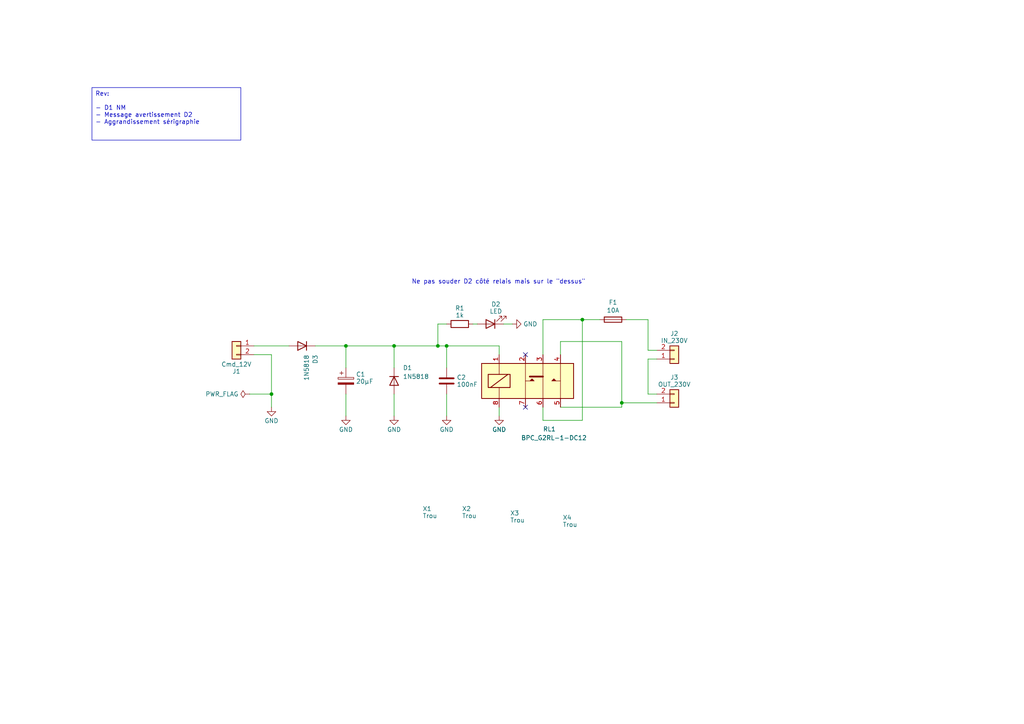
<source format=kicad_sch>
(kicad_sch (version 20230121) (generator eeschema)
  (paper "A4")
  (title_block (title "Commande tapis chauffant") (date "2026-01-19") (rev "Rev B") (company "BPC") (comment 1 "Commande 12V/50mA - Sortie 230V / 10A"))
  (lib_symbols
    (symbol "Connector_Generic:Conn_01x02" (pin_names (offset 1.016) hide)
      (property "Reference" "J" (at 0 2.54 0))
      (property "Value" "Conn_01x02" (at 0 -5.08 0))
      (symbol "Conn_01x02_1_1"
        (rectangle (start -1.27 -2.413) (end 0 -2.667) (stroke (width 0.1524)))
        (rectangle (start -1.27 0.127) (end 0 -0.127) (stroke (width 0.1524)))
        (rectangle (start -1.27 1.27) (end 1.27 -3.81) (stroke (width 0.254)) (fill (type background)))
        (pin passive line (at -5.08 0 0) (length 3.81) (name "Pin_1") (number "1"))
        (pin passive line (at -5.08 -2.54 0) (length 3.81) (name "Pin_2") (number "2"))
      )
    )
    (symbol "Device:C" (pin_numbers hide) (pin_names (offset 0.254))
      (property "Reference" "C" (at 0.635 2.54 0))
      (property "Value" "C" (at 0.635 -2.54 0))
      (symbol "C_0_1"
        (polyline (pts (xy -2.032 -0.762) (xy 2.032 -0.762)) (stroke (width 0.508)))
        (polyline (pts (xy -2.032 0.762) (xy 2.032 0.762)) (stroke (width 0.508)))
      )
      (symbol "C_1_1"
        (pin passive line (at 0 3.81 270) (length 2.794) (name "~") (number "1"))
        (pin passive line (at 0 -3.81 90) (length 2.794) (name "~") (number "2"))
      )
    )
    (symbol "Device:C_Polarized" (pin_numbers hide) (pin_names (offset 0.254))
      (property "Reference" "C" (at 0.635 2.54 0))
      (property "Value" "C_Polarized" (at 0.635 -2.54 0))
      (symbol "C_Polarized_0_1"
        (rectangle (start -2.286 0.508) (end 2.286 1.016))
        (polyline (pts (xy -1.778 2.286) (xy -0.762 2.286)))
        (polyline (pts (xy -1.27 2.794) (xy -1.27 1.778)))
        (rectangle (start 2.286 -0.508) (end -2.286 -1.016) (fill (type outline)))
      )
      (symbol "C_Polarized_1_1"
        (pin passive line (at 0 3.81 270) (length 2.794) (name "~") (number "1"))
        (pin passive line (at 0 -3.81 90) (length 2.794) (name "~") (number "2"))
      )
    )
    (symbol "Device:D" (pin_numbers hide) (pin_names (offset 1.016) hide)
      (property "Reference" "D" (at 0 2.54 0))
      (property "Value" "D" (at 0 -2.54 0))
      (symbol "D_0_1"
        (polyline (pts (xy -1.27 1.27) (xy -1.27 -1.27)) (stroke (width 0.254)))
        (polyline (pts (xy 1.27 0) (xy -1.27 0)))
        (polyline (pts (xy 1.27 1.27) (xy 1.27 -1.27) (xy -1.27 0) (xy 1.27 1.27)) (stroke (width 0.254)))
      )
      (symbol "D_1_1"
        (pin passive line (at -3.81 0 0) (length 2.54) (name "K") (number "1"))
        (pin passive line (at 3.81 0 180) (length 2.54) (name "A") (number "2"))
      )
    )
    (symbol "Device:Fuse" (pin_numbers hide) (pin_names (offset 0))
      (property "Reference" "F" (at 2.032 0 90))
      (property "Value" "Fuse" (at -1.905 0 90))
      (symbol "Fuse_0_1"
        (rectangle (start -0.762 -2.54) (end 0.762 2.54) (stroke (width 0.254)))
        (polyline (pts (xy 0 2.54) (xy 0 -2.54)))
      )
      (symbol "Fuse_1_1"
        (pin passive line (at 0 3.81 270) (length 1.27) (name "~") (number "1"))
        (pin passive line (at 0 -3.81 90) (length 1.27) (name "~") (number "2"))
      )
    )
    (symbol "Device:LED" (pin_numbers hide) (pin_names (offset 1.016) hide)
      (property "Reference" "D" (at 0 2.54 0))
      (property "Value" "LED" (at 0 -2.54 0))
      (symbol "LED_0_1"
        (polyline (pts (xy -1.27 -1.27) (xy -1.27 1.27)) (stroke (width 0.254)))
        (polyline (pts (xy -1.27 0) (xy 1.27 0)))
        (polyline (pts (xy 1.27 -1.27) (xy 1.27 1.27) (xy -1.27 0) (xy 1.27 -1.27)) (stroke (width 0.254)))
        (polyline (pts (xy -3.048 -0.762) (xy -4.572 -2.286) (xy -3.81 -2.286) (xy -4.572 -2.286) (xy -4.572 -1.524)))
        (polyline (pts (xy -1.778 -0.762) (xy -3.302 -2.286) (xy -2.54 -2.286) (xy -3.302 -2.286) (xy -3.302 -1.524)))
      )
      (symbol "LED_1_1"
        (pin passive line (at -3.81 0 0) (length 2.54) (name "K") (number "1"))
        (pin passive line (at 3.81 0 180) (length 2.54) (name "A") (number "2"))
      )
    )
    (symbol "Device:R" (pin_numbers hide) (pin_names (offset 0))
      (property "Reference" "R" (at 2.032 0 90))
      (property "Value" "R" (at 0 0 90))
      (symbol "R_0_1"
        (rectangle (start -1.016 -2.54) (end 1.016 2.54) (stroke (width 0.254)))
      )
      (symbol "R_1_1"
        (pin passive line (at 0 3.81 270) (length 1.27) (name "~") (number "1"))
        (pin passive line (at 0 -3.81 90) (length 1.27) (name "~") (number "2"))
      )
    )
    (symbol "bpc:BPC_G2RL-1-DC12"
      (property "Reference" "RL" (at 12.7 3.81 0))
      (property "Value" "BPC_G2RL-1-DC12" (at 12.7 1.27 0))
      (symbol "BPC_G2RL-1-DC12_0_1"
        (rectangle (start -15.24 5.08) (end 11.43 -5.08) (stroke (width 0.254)) (fill (type background)))
        (rectangle (start -13.335 1.905) (end -6.985 -1.905) (stroke (width 0.254)))
        (polyline (pts (xy -12.7 -1.905) (xy -7.62 1.905)) (stroke (width 0.254)))
        (polyline (pts (xy -10.16 -5.08) (xy -10.16 -1.905)))
        (polyline (pts (xy -10.16 5.08) (xy -10.16 1.905)))
        (polyline (pts (xy -2.54 -5.08) (xy -2.54 5.08)))
        (polyline (pts (xy 2.54 1.27) (xy -1.27 1.27)) (stroke (width 0.508)))
        (polyline (pts (xy 2.54 5.08) (xy 2.54 -5.08)))
        (polyline (pts (xy 7.62 5.08) (xy 7.62 -5.08)))
        (polyline (pts (xy -2.54 0) (xy 0 0) (xy -0.635 0.635) (xy -1.27 0)) (fill (type outline)))
        (polyline (pts (xy 7.62 0) (xy 5.08 0) (xy 5.715 0.635) (xy 6.35 0)) (fill (type outline)))
      )
      (symbol "BPC_G2RL-1-DC12_1_1"
        (pin passive line (at -10.16 7.62 270) (length 2.54) (name "~") (number "1"))
        (pin passive line (at -2.54 7.62 270) (length 2.54) (name "~") (number "2"))
        (pin passive line (at 2.54 7.62 270) (length 2.54) (name "~") (number "3"))
        (pin passive line (at 7.62 7.62 270) (length 2.54) (name "~") (number "4"))
        (pin passive line (at 7.62 -7.62 90) (length 2.54) (name "~") (number "5"))
        (pin passive line (at 2.54 -7.62 90) (length 2.54) (name "~") (number "6"))
        (pin passive line (at -2.54 -7.62 90) (length 2.54) (name "~") (number "7"))
        (pin passive line (at -10.16 -7.62 90) (length 2.54) (name "~") (number "8"))
      )
    )
    (symbol "bpc:BPC_TROU"
      (property "Reference" "X" (at 0 0 0))
      (property "Value" "Trou" (at 0 -1.27 0))
    )
    (symbol "power:GND" (power) (pin_names (offset 0))
      (property "Value" "GND" (at 0 -3.81 0))
      (symbol "GND_0_1"
        (polyline (pts (xy 0 0) (xy 0 -1.27) (xy 1.27 -1.27) (xy 0 -2.54) (xy -1.27 -1.27) (xy 0 -1.27)))
      )
      (symbol "GND_1_1"
        (pin power_in line (at 0 0 270) (length 0) hide (name "GND") (number "1"))
      )
    )
    (symbol "power:PWR_FLAG" (power) (pin_numbers hide) (pin_names (offset 0) hide)
      (property "Value" "PWR_FLAG" (at 0 3.81 0))
      (symbol "PWR_FLAG_0_0"
        (pin power_out line (at 0 0 90) (length 0) (name "pwr") (number "1"))
      )
      (symbol "PWR_FLAG_0_1"
        (polyline (pts (xy 0 0) (xy 0 1.27) (xy -1.016 1.905) (xy 0 2.54) (xy 1.016 1.905) (xy 0 1.27)))
      )
    )
  )
  (junction (at 114.3 100.33))
  (junction (at 100.33 100.33))
  (junction (at 180.34 116.84))
  (junction (at 127 100.33))
  (junction (at 168.91 92.71))
  (junction (at 129.54 100.33))
  (junction (at 78.74 114.3))
  (no_connect (at 152.4 102.87))
  (no_connect (at 152.4 118.11))
  (wire (pts (xy 168.91 121.92) (xy 157.48 121.92)))
  (wire (pts (xy 100.33 106.68) (xy 100.33 100.33)))
  (wire (pts (xy 73.66 100.33) (xy 83.82 100.33)))
  (wire (pts (xy 168.91 92.71) (xy 168.91 121.92)))
  (wire (pts (xy 127 93.98) (xy 129.54 93.98)))
  (wire (pts (xy 146.05 93.98) (xy 148.59 93.98)))
  (wire (pts (xy 162.56 118.11) (xy 180.34 118.11)))
  (wire (pts (xy 78.74 118.11) (xy 78.74 114.3)))
  (wire (pts (xy 137.16 93.98) (xy 138.43 93.98)))
  (wire (pts (xy 180.34 99.06) (xy 180.34 116.84)))
  (wire (pts (xy 144.78 118.11) (xy 144.78 120.65)))
  (wire (pts (xy 157.48 118.11) (xy 157.48 121.92)))
  (wire (pts (xy 114.3 100.33) (xy 114.3 106.68)))
  (wire (pts (xy 162.56 99.06) (xy 180.34 99.06)))
  (wire (pts (xy 72.39 114.3) (xy 78.74 114.3)))
  (wire (pts (xy 144.78 100.33) (xy 144.78 102.87)))
  (wire (pts (xy 157.48 92.71) (xy 157.48 102.87)))
  (wire (pts (xy 78.74 102.87) (xy 73.66 102.87)))
  (wire (pts (xy 190.5 104.14) (xy 187.96 104.14)))
  (wire (pts (xy 91.44 100.33) (xy 100.33 100.33)))
  (wire (pts (xy 100.33 100.33) (xy 114.3 100.33)))
  (wire (pts (xy 187.96 101.6) (xy 187.96 92.71)))
  (wire (pts (xy 129.54 100.33) (xy 144.78 100.33)))
  (wire (pts (xy 190.5 101.6) (xy 187.96 101.6)))
  (wire (pts (xy 190.5 114.3) (xy 187.96 114.3)))
  (wire (pts (xy 129.54 114.3) (xy 129.54 120.65)))
  (wire (pts (xy 127 93.98) (xy 127 100.33)))
  (wire (pts (xy 187.96 104.14) (xy 187.96 114.3)))
  (wire (pts (xy 181.61 92.71) (xy 187.96 92.71)))
  (wire (pts (xy 129.54 100.33) (xy 127 100.33)))
  (wire (pts (xy 114.3 100.33) (xy 127 100.33)))
  (wire (pts (xy 168.91 92.71) (xy 173.99 92.71)))
  (wire (pts (xy 100.33 114.3) (xy 100.33 120.65)))
  (wire (pts (xy 180.34 116.84) (xy 180.34 118.11)))
  (wire (pts (xy 180.34 116.84) (xy 190.5 116.84)))
  (wire (pts (xy 162.56 102.87) (xy 162.56 99.06)))
  (wire (pts (xy 168.91 92.71) (xy 157.48 92.71)))
  (wire (pts (xy 114.3 114.3) (xy 114.3 120.65)))
  (wire (pts (xy 78.74 102.87) (xy 78.74 114.3)))
  (wire (pts (xy 129.54 100.33) (xy 129.54 106.68)))
  (text_box "Rev:\n\n- D1 NM\n- Message avertissement D2\n- Aggrandissement sérigraphie\n" (at 26.67 25.4 0) (size 43.18 15.24) (effects (font (size 1.27 1.27)) (justify left top)))
  (text "Ne pas souder D2 côté relais mais sur le \"dessus\"" (at 119.38 82.55 0) (effects (font (size 1.27 1.27)) (justify left bottom)))
  (symbol (lib_id "power:GND") (at 148.59 93.98 90) (unit 1)
    (property "Reference" "#PWR0104" (effects hide))
    (property "Value" "GND" (at 151.765 93.98 90) (effects (justify right)))
  )
  (symbol (lib_id "bpc:BPC_TROU") (at 121.92 148.59 0) (unit 1)
    (property "Reference" "X1" (at 122.555 147.566 0) (effects (justify left)))
    (property "Value" "Trou" (at 122.555 149.614 0) (effects (justify left)))
    (property "Footprint" "bpc:BPC_Trou4mm_Fixation" (effects hide))
  )
  (symbol (lib_id "Device:R") (at 133.35 93.98 90) (unit 1)
    (property "Reference" "R1" (at 133.35 89.384 90))
    (property "Value" "1k" (at 133.35 91.432 90))
    (property "Footprint" "Resistor_THT:R_Axial_DIN0204_L3.6mm_D1.6mm_P7.62mm_Horizontal" (effects hide))
  )
  (symbol (lib_id "Device:D") (at 114.3 110.49 270) (unit 1)
    (property "Reference" "D1" (at 116.84 106.68 90) (effects (justify left)))
    (property "Value" "1N5818" (at 116.84 109.22 90) (effects (justify left)))
    (property "Footprint" "Diode_THT:D_A-405_P10.16mm_Horizontal" (effects hide))
    (property "Sim.Device" "D" (effects hide))
    (property "Sim.Pins" "1=K 2=A" (effects hide))
  )
  (symbol (lib_id "power:GND") (at 129.54 120.65 0) (unit 1)
    (property "Reference" "#PWR01" (effects hide))
    (property "Value" "GND" (at 129.54 124.595 0))
  )
  (symbol (lib_id "Device:C_Polarized") (at 100.33 110.49 0) (unit 1)
    (property "Reference" "C1" (at 103.251 108.577 0) (effects (justify left)))
    (property "Value" "20µF" (at 103.251 110.625 0) (effects (justify left)))
    (property "Footprint" "Capacitor_THT:CP_Radial_D5.0mm_P2.50mm" (effects hide))
  )
  (symbol (lib_id "bpc:BPC_G2RL-1-DC12") (at 154.94 110.49 0) (unit 1)
    (property "Reference" "RL1" (at 157.48 124.46 0) (effects (justify left)))
    (property "Value" "BPC_G2RL-1-DC12" (at 151.13 127 0) (effects (justify left)))
    (property "Footprint" "bpc:BPC_Relay_SPDT_Omron_G2RL-1-E" (effects hide))
    (property "Datasheet" "https://omronfs.omron.com/en_US/ecb/products/pdf/en-g2rl.pdf" (effects hide))
  )
  (symbol (lib_id "power:GND") (at 100.33 120.65 0) (unit 1)
    (property "Reference" "#PWR02" (effects hide))
    (property "Value" "GND" (at 100.33 124.595 0))
  )
  (symbol (lib_id "Connector_Generic:Conn_01x02") (at 195.58 116.84 0) (mirror x) (unit 1)
    (property "Reference" "J3" (at 195.58 109.45 0))
    (property "Value" "OUT_230V" (at 195.58 111.498 0))
    (property "Footprint" "TerminalBlock_Phoenix:TerminalBlock_Phoenix_MKDS-1,5-2-5.08_1x02_P5.08mm_Horizontal" (effects hide))
  )
  (symbol (lib_id "Device:D") (at 87.63 100.33 180) (unit 1)
    (property "Reference" "D3" (at 91.44 102.87 90) (effects (justify left)))
    (property "Value" "1N5818" (at 88.9 102.87 90) (effects (justify left)))
    (property "Footprint" "Diode_THT:D_A-405_P10.16mm_Horizontal" (effects hide))
    (property "Sim.Device" "D" (effects hide))
    (property "Sim.Pins" "1=K 2=A" (effects hide))
  )
  (symbol (lib_id "bpc:BPC_TROU") (at 162.56 151.13 0) (unit 1)
    (property "Reference" "X4" (at 163.195 150.106 0) (effects (justify left)))
    (property "Value" "Trou" (at 163.195 152.154 0) (effects (justify left)))
    (property "Footprint" "bpc:BPC_Trou4mm_Fixation" (effects hide))
  )
  (symbol (lib_id "power:GND") (at 78.74 118.11 0) (unit 1)
    (property "Reference" "#PWR0101" (effects hide))
    (property "Value" "GND" (at 78.74 122.055 0))
  )
  (symbol (lib_id "Device:LED") (at 142.24 93.98 180) (unit 1)
    (property "Reference" "D2" (at 143.8275 88.241 0))
    (property "Value" "LED" (at 143.8275 90.289 0))
    (property "Footprint" "LED_THT:LED_D3.0mm" (effects hide))
  )
  (symbol (lib_id "Device:Fuse") (at 177.8 92.71 270) (unit 1)
    (property "Reference" "F1" (at 177.8 87.7062 90))
    (property "Value" "10A" (at 177.8 90.0176 90))
    (property "Footprint" "Fuse:Fuseholder_TR5_Littelfuse_No560_No460" (effects hide))
  )
  (symbol (lib_id "Connector_Generic:Conn_01x02") (at 195.58 104.14 0) (mirror x) (unit 1)
    (property "Reference" "J2" (at 195.58 96.75 0))
    (property "Value" "IN_230V" (at 195.58 98.798 0))
    (property "Footprint" "TerminalBlock_Phoenix:TerminalBlock_Phoenix_MKDS-1,5-2-5.08_1x02_P5.08mm_Horizontal" (effects hide))
  )
  (symbol (lib_id "bpc:BPC_TROU") (at 147.32 149.86 0) (unit 1)
    (property "Reference" "X3" (at 147.955 148.836 0) (effects (justify left)))
    (property "Value" "Trou" (at 147.955 150.884 0) (effects (justify left)))
    (property "Footprint" "bpc:BPC_Trou4mm_Fixation" (effects hide))
  )
  (symbol (lib_id "power:GND") (at 144.78 120.65 0) (unit 1)
    (property "Reference" "#PWR0102" (effects hide))
    (property "Value" "GND" (at 144.78 124.595 0))
  )
  (symbol (lib_id "power:GND") (at 114.3 120.65 0) (unit 1)
    (property "Reference" "#PWR0103" (effects hide))
    (property "Value" "GND" (at 114.3 124.595 0))
  )
  (symbol (lib_id "Connector_Generic:Conn_01x02") (at 68.58 100.33 0) (mirror y) (unit 1)
    (property "Reference" "J1" (at 68.58 107.72 0))
    (property "Value" "Cmd_12V" (at 68.58 105.672 0))
    (property "Footprint" "TerminalBlock_Phoenix:TerminalBlock_Phoenix_MPT-0,5-2-2.54_1x02_P2.54mm_Horizontal" (effects hide))
  )
  (symbol (lib_id "bpc:BPC_TROU") (at 133.35 148.59 0) (unit 1)
    (property "Reference" "X2" (at 133.985 147.566 0) (effects (justify left)))
    (property "Value" "Trou" (at 133.985 149.614 0) (effects (justify left)))
    (property "Footprint" "bpc:BPC_Trou4mm_Fixation" (effects hide))
  )
  (symbol (lib_id "power:PWR_FLAG") (at 72.39 114.3 90) (unit 1)
    (property "Reference" "#FLG0101" (effects hide))
    (property "Value" "PWR_FLAG" (at 69.2151 114.3 90) (effects (justify left)))
  )
  (symbol (lib_id "Device:C") (at 129.54 110.49 0) (unit 1)
    (property "Reference" "C2" (at 132.461 109.466 0) (effects (justify left)))
    (property "Value" "100nF" (at 132.461 111.514 0) (effects (justify left)))
    (property "Footprint" "Capacitor_THT:C_Disc_D3.8mm_W2.6mm_P2.50mm" (effects hide))
  )
)
</source>
